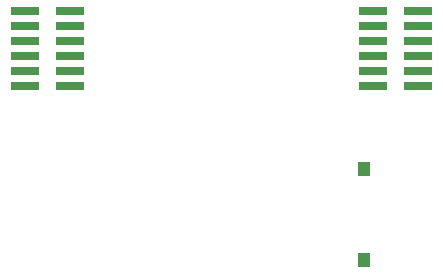
<source format=gbp>
G04*
G04 #@! TF.GenerationSoftware,Altium Limited,Altium Designer,20.0.9 (164)*
G04*
G04 Layer_Color=128*
%FSLAX25Y25*%
%MOIN*%
G70*
G01*
G75*
%ADD60R,0.03937X0.04921*%
%ADD61R,0.09449X0.02992*%
D60*
X124409Y174705D02*
D03*
Y144193D02*
D03*
D61*
X26378Y227362D02*
D03*
X11378Y227362D02*
D03*
X26378Y222362D02*
D03*
X11378D02*
D03*
X26378Y217362D02*
D03*
X11378D02*
D03*
X26378Y212362D02*
D03*
X11378Y212362D02*
D03*
X26378Y207362D02*
D03*
X11378D02*
D03*
X26378Y202362D02*
D03*
X11378Y202362D02*
D03*
X142559Y227362D02*
D03*
X127559Y227362D02*
D03*
X142559Y222362D02*
D03*
X127559D02*
D03*
X142559Y217362D02*
D03*
X127559Y217362D02*
D03*
X142559Y212362D02*
D03*
X127559D02*
D03*
X142559Y207362D02*
D03*
X127559D02*
D03*
X142559Y202362D02*
D03*
X127559Y202362D02*
D03*
M02*

</source>
